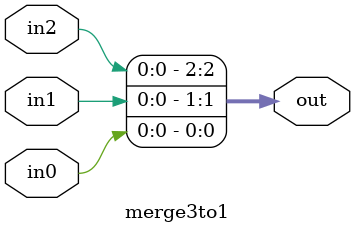
<source format=v>
module merge3to1(out,in2,in1,in0);
input in2,in1,in0;
output [2:0] out;
assign out = {in2,in1,in0};
endmodule
</source>
